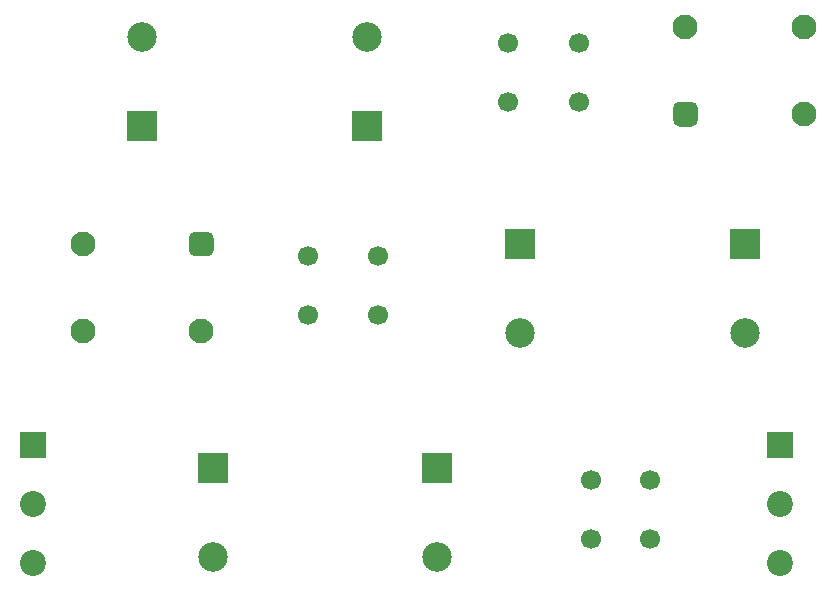
<source format=gbr>
G04 #@! TF.GenerationSoftware,KiCad,Pcbnew,(5.1.6)-1*
G04 #@! TF.CreationDate,2021-03-17T22:05:54+03:00*
G04 #@! TF.ProjectId,Power_filter,506f7765-725f-4666-996c-7465722e6b69,rev?*
G04 #@! TF.SameCoordinates,Original*
G04 #@! TF.FileFunction,Soldermask,Top*
G04 #@! TF.FilePolarity,Negative*
%FSLAX46Y46*%
G04 Gerber Fmt 4.6, Leading zero omitted, Abs format (unit mm)*
G04 Created by KiCad (PCBNEW (5.1.6)-1) date 2021-03-17 22:05:54*
%MOMM*%
%LPD*%
G01*
G04 APERTURE LIST*
%ADD10C,2.200000*%
%ADD11R,2.200000X2.200000*%
%ADD12C,2.100000*%
%ADD13C,1.700000*%
%ADD14C,2.500000*%
%ADD15R,2.500000X2.500000*%
G04 APERTURE END LIST*
D10*
X165000000Y-123000000D03*
X165000000Y-118000000D03*
D11*
X165000000Y-113000000D03*
D10*
X101750000Y-123000000D03*
X101750000Y-118000000D03*
D11*
X101750000Y-113000000D03*
D12*
X116000000Y-103400000D03*
X106000000Y-103400000D03*
X106000000Y-96000000D03*
G36*
G01*
X117050000Y-95475000D02*
X117050000Y-96525000D01*
G75*
G02*
X116525000Y-97050000I-525000J0D01*
G01*
X115475000Y-97050000D01*
G75*
G02*
X114950000Y-96525000I0J525000D01*
G01*
X114950000Y-95475000D01*
G75*
G02*
X115475000Y-94950000I525000J0D01*
G01*
X116525000Y-94950000D01*
G75*
G02*
X117050000Y-95475000I0J-525000D01*
G01*
G37*
X157000000Y-77600000D03*
X167000000Y-77600000D03*
X167000000Y-85000000D03*
G36*
G01*
X155950000Y-85525000D02*
X155950000Y-84475000D01*
G75*
G02*
X156475000Y-83950000I525000J0D01*
G01*
X157525000Y-83950000D01*
G75*
G02*
X158050000Y-84475000I0J-525000D01*
G01*
X158050000Y-85525000D01*
G75*
G02*
X157525000Y-86050000I-525000J0D01*
G01*
X156475000Y-86050000D01*
G75*
G02*
X155950000Y-85525000I0J525000D01*
G01*
G37*
D13*
X154000000Y-121000000D03*
X154000000Y-116000000D03*
X149000000Y-121000000D03*
X149000000Y-116000000D03*
D14*
X136000000Y-122500000D03*
D15*
X136000000Y-115000000D03*
D14*
X117000000Y-122500000D03*
D15*
X117000000Y-115000000D03*
D13*
X125000000Y-102000000D03*
X125000000Y-97000000D03*
X131000000Y-102000000D03*
X131000000Y-97000000D03*
D14*
X143000000Y-103500000D03*
D15*
X143000000Y-96000000D03*
D14*
X162000000Y-103500000D03*
D15*
X162000000Y-96000000D03*
D13*
X148000000Y-79000000D03*
X148000000Y-84000000D03*
X142000000Y-79000000D03*
X142000000Y-84000000D03*
D14*
X130000000Y-78500000D03*
D15*
X130000000Y-86000000D03*
D14*
X111000000Y-78500000D03*
D15*
X111000000Y-86000000D03*
M02*

</source>
